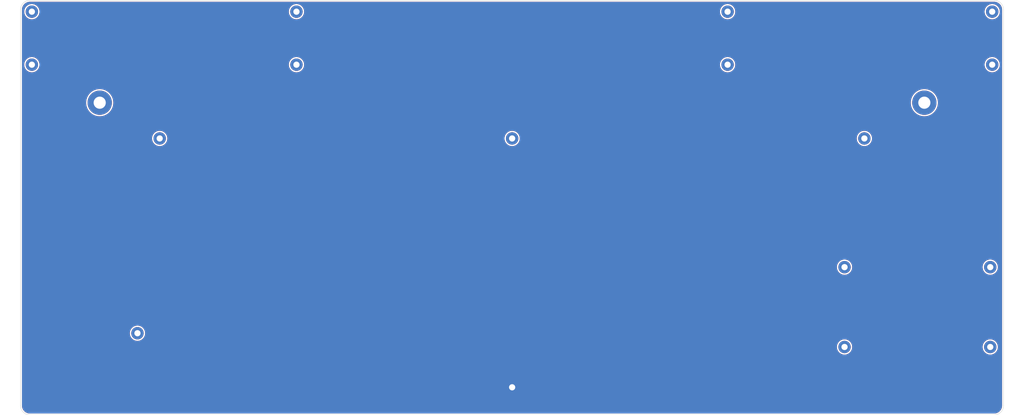
<source format=kicad_pcb>
(kicad_pcb (version 20211014) (generator pcbnew)
  (layers (0 "F.Cu" signal) (31 "B.Cu" signal) (34 "B.Paste" user) (35 "F.Paste" user) (36 "B.SilkS" user "B.Silkscreen") (37 "F.SilkS" user "F.Silkscreen") (38 "B.Mask" user) (39 "F.Mask" user) (44 "Edge.Cuts" user))
  (net 0 "")
  (net 1 "GND")
  (footprint "MountingHole:MountingHole_2.2mm_M2_Pad" (layer "F.Cu") (at 40.5506 64.8634)
    (fp_text reference "REF**")
    (fp_text value "MountingHole_2.2mm_M2_Pad")
    (pad "1" thru_hole circle locked (at 0 0) (size 4.4 4.4) (drill 2.2) (layers *.Cu *.Mask))
  )
  (footprint "MountingHole:MountingHole_2.2mm_M2_Pad" (layer "F.Cu") (at 40.5506 83.6134)
    (fp_text reference "REF**")
    (fp_text value "MountingHole_2.2mm_M2_Pad")
    (pad "1" thru_hole circle locked (at 0 0) (size 4.4 4.4) (drill 2.2) (layers *.Cu *.Mask))
  )
  (footprint "MountingHole:MountingHole_2.2mm_M2_Pad" (layer "F.Cu") (at 380.2131 83.6134)
    (fp_text reference "REF**")
    (fp_text value "MountingHole_2.2mm_M2_Pad")
    (pad "1" thru_hole circle locked (at 0 0) (size 4.4 4.4) (drill 2.2) (layers *.Cu *.Mask))
  )
  (footprint "MountingHole:MountingHole_2.2mm_M2_Pad" (layer "F.Cu") (at 380.2131 64.8634)
    (fp_text reference "REF**")
    (fp_text value "MountingHole_2.2mm_M2_Pad")
    (pad "1" thru_hole circle locked (at 0 0) (size 4.4 4.4) (drill 2.2) (layers *.Cu *.Mask))
  )
  (footprint "MountingHole:MountingHole_2.2mm_M2_Pad" (layer "F.Cu") (at 134.1374 64.8634)
    (fp_text reference "REF**")
    (fp_text value "MountingHole_2.2mm_M2_Pad")
    (pad "1" thru_hole circle locked (at 0 0) (size 4.4 4.4) (drill 2.2) (layers *.Cu *.Mask))
  )
  (footprint "MountingHole:MountingHole_2.2mm_M2_Pad" (layer "F.Cu") (at 210.419351 109.7026)
    (fp_text reference "REF**")
    (fp_text value "MountingHole_2.2mm_M2_Pad")
    (pad "1" thru_hole circle locked (at 0 0) (size 4.4 4.4) (drill 2.2) (layers *.Cu *.Mask))
  )
  (footprint "MountingHole:MountingHole_2.2mm_M2_Pad" (layer "F.Cu") (at 210.419351 197.7136)
    (fp_text reference "H1")
    (fp_text value "MountingHole_Pad")
    (pad "1" thru_hole circle locked (at 0 0) (size 4.4 4.4) (drill 2.2) (layers *.Cu *.Mask) (net 1 "GND"))
  )
  (footprint "MountingHole:MountingHole_2.2mm_M2_Pad" (layer "F.Cu") (at 335.0006 109.7026)
    (fp_text reference "REF**")
    (fp_text value "MountingHole_2.2mm_M2_Pad")
    (pad "1" thru_hole circle locked (at 0 0) (size 4.4 4.4) (drill 2.2) (layers *.Cu *.Mask))
  )
  (footprint "MountingHole:MountingHole_2.2mm_M2_Pad" (layer "F.Cu") (at 85.7631 109.7026)
    (fp_text reference "REF**")
    (fp_text value "MountingHole_2.2mm_M2_Pad")
    (pad "1" thru_hole circle locked (at 0 0) (size 4.4 4.4) (drill 2.2) (layers *.Cu *.Mask))
  )
  (footprint "MountingHole:MountingHole_2.2mm_M2_Pad" (layer "F.Cu") (at 77.9018 178.5874)
    (fp_text reference "REF**")
    (fp_text value "MountingHole_2.2mm_M2_Pad")
    (pad "1" thru_hole circle locked (at 0 0) (size 4.4 4.4) (drill 2.2) (layers *.Cu *.Mask))
  )
  (footprint "MountingHole:MountingHole_2.2mm_M2_Pad" (layer "F.Cu") (at 327.986788 155.2194)
    (fp_text reference "REF**")
    (fp_text value "MountingHole_2.2mm_M2_Pad")
    (pad "1" thru_hole circle locked (at 0 0) (size 4.4 4.4) (drill 2.2) (layers *.Cu *.Mask))
  )
  (footprint "MountingHole:MountingHole_2.2mm_M2_Pad" (layer "F.Cu") (at 379.523512 155.2194)
    (fp_text reference "REF**")
    (fp_text value "MountingHole_2.2mm_M2_Pad")
    (pad "1" thru_hole circle locked (at 0 0) (size 4.4 4.4) (drill 2.2) (layers *.Cu *.Mask))
  )
  (footprint "MountingHole:MountingHole_2.2mm_M2_Pad" (layer "F.Cu") (at 327.986788 183.4548)
    (fp_text reference "REF**")
    (fp_text value "MountingHole_2.2mm_M2_Pad")
    (pad "1" thru_hole circle locked (at 0 0) (size 4.4 4.4) (drill 2.2) (layers *.Cu *.Mask))
  )
  (footprint "MountingHole:MountingHole_2.2mm_M2_Pad" (layer "F.Cu") (at 379.523512 183.4548)
    (fp_text reference "REF**")
    (fp_text value "MountingHole_2.2mm_M2_Pad")
    (pad "1" thru_hole circle locked (at 0 0) (size 4.4 4.4) (drill 2.2) (layers *.Cu *.Mask))
  )
  (footprint "MountingHole:MountingHole_2.2mm_M2_Pad" (layer "F.Cu") (at 286.6263 64.8634)
    (fp_text reference "REF**")
    (fp_text value "MountingHole_2.2mm_M2_Pad")
    (pad "1" thru_hole circle locked (at 0 0) (size 4.4 4.4) (drill 2.2) (layers *.Cu *.Mask))
  )
  (footprint "MountingHole:MountingHole_2.2mm_M2_Pad" (layer "F.Cu") (at 134.1374 83.6134)
    (fp_text reference "REF**")
    (fp_text value "MountingHole_2.2mm_M2_Pad")
    (pad "1" thru_hole circle locked (at 0 0) (size 4.4 4.4) (drill 2.2) (layers *.Cu *.Mask))
  )
  (footprint "MountingHole:MountingHole_2.2mm_M2_Pad" (layer "F.Cu") (at 286.6263 83.6134)
    (fp_text reference "REF**")
    (fp_text value "MountingHole_2.2mm_M2_Pad")
    (pad "1" thru_hole circle locked (at 0 0) (size 4.4 4.4) (drill 2.2) (layers *.Cu *.Mask))
  )
  (footprint "MountingHole:MountingHole_4.3mm_M4_Pad" (layer "F.Cu") (at 64.5506 97.0534)
    (fp_text reference "REF**")
    (fp_text value "MountingHole_4.3mm_M4_Pad")
    (pad "1" thru_hole circle locked (at 0 0) (size 8.6 8.6) (drill 4.3) (layers *.Cu *.Mask))
  )
  (footprint "MountingHole:MountingHole_4.3mm_M4_Pad" (layer "F.Cu") (at 356.2131 97.0534)
    (fp_text reference "REF**")
    (fp_text value "MountingHole_4.3mm_M4_Pad")
    (pad "1" thru_hole circle locked (at 0 0) (size 8.6 8.6) (drill 4.3) (layers *.Cu *.Mask))
  )
  (gr_arc (start 36.550601 64.173459) (mid 37.517095 61.834136) (end 39.85466 60.8634) (layer "Edge.Cuts") (width 0.15))
  (gr_arc (start 380.903041 60.863401) (mid 383.242364 61.829895) (end 384.2131 64.16746) (layer "Edge.Cuts") (width 0.15))
  (gr_arc (start 384.213099 204.169841) (mid 383.246605 206.509164) (end 380.90904 207.4799) (layer "Edge.Cuts") (width 0.15))
  (gr_line (start 384.2131 64.16746) (end 384.213099 204.169841) (layer "Edge.Cuts") (width 0.15))
  (gr_line (start 36.5506 204.17584) (end 36.550601 64.173459) (layer "Edge.Cuts") (width 0.15))
  (gr_arc (start 39.860659 207.479899) (mid 37.521336 206.513405) (end 36.5506 204.17584) (layer "Edge.Cuts") (width 0.15))
  (gr_line (start 380.90904 207.4799) (end 39.860659 207.479899) (layer "Edge.Cuts") (width 0.15))
  (gr_line (start 39.85466 60.8634) (end 380.903041 60.8634) (layer "Edge.Cuts") (width 0.15))
  (zone (net 1) (net_name "GND") (layer "F.Cu") (connect_pads yes (clearance 0.508)) (min_thickness 0.254) (fill yes (thermal_gap 0.508) (thermal_bridge_width 0.508))
    (polygon (pts (xy 36.4998 207.518) (xy 36.4744 60.7314) (xy 384.302 60.7568) (xy 384.302 207.5434)))
  )
  (zone (net 1) (net_name "GND") (layer "B.Cu") (connect_pads yes (clearance 0.508)) (min_thickness 0.254) (fill yes (thermal_gap 0.508) (thermal_bridge_width 0.508))
    (polygon (pts (xy 36.4998 207.518) (xy 36.4744 60.7314) (xy 384.302 60.7568) (xy 384.302 207.5434)))
  )
)
</source>
